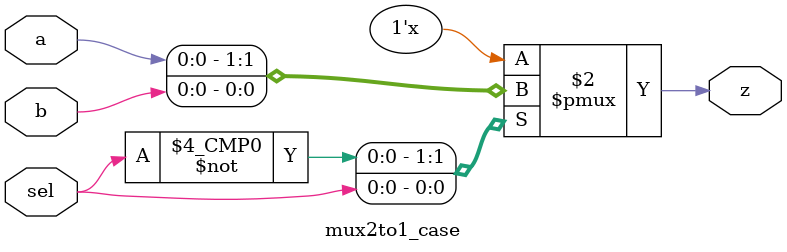
<source format=v>

module mux2to1_case (input a, input b, input sel, output reg z);

always @(sel, a, b)
  case (sel)
    1'b0    : z = a;
    1'b1    : z = b;
    default : z = 1'bx;
  endcase

endmodule

</source>
